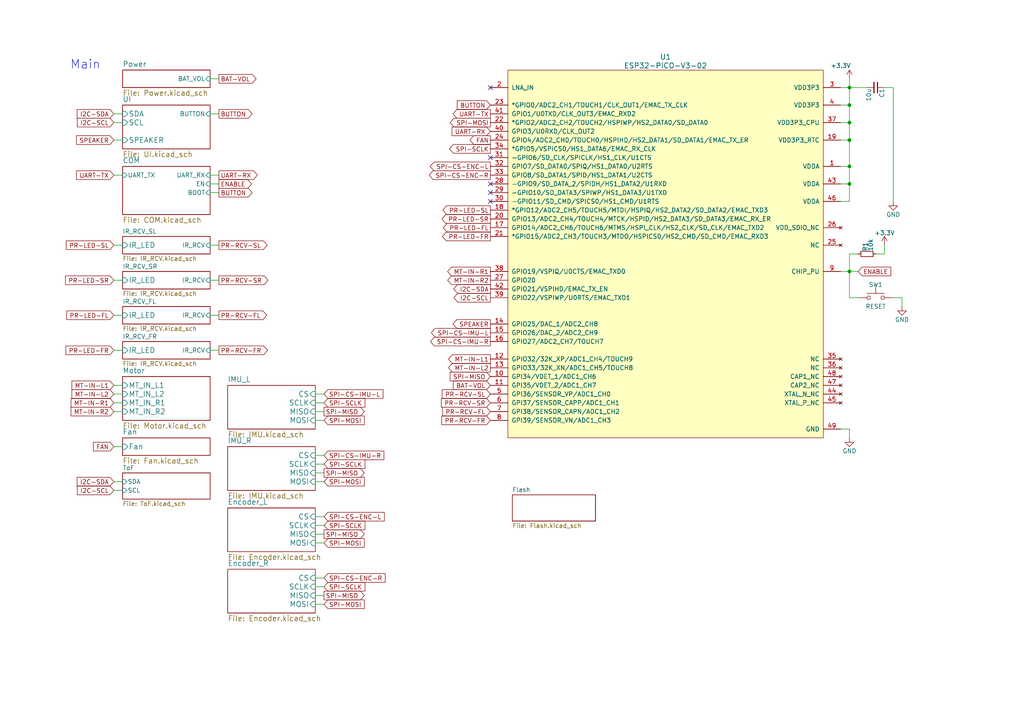
<source format=kicad_sch>
(kicad_sch (version 20230121) (generator eeschema)
  (paper "A4")
  (lib_symbols
    (symbol "Device:C_Small" (pin_numbers hide) (pin_names (offset 0.254) hide)
      (property "Reference" "C" (at 0.254 1.778 0))
      (property "Value" "C_Small" (at 0.254 -2.032 0))
      (symbol "C_Small_0_1"
        (polyline (pts (xy -1.524 -0.508) (xy 1.524 -0.508)) (stroke (width 0.3302)))
        (polyline (pts (xy -1.524 0.508) (xy 1.524 0.508)) (stroke (width 0.3048)))
      )
      (symbol "C_Small_1_1"
        (pin passive line (at 0 2.54 270) (length 2.032) (name "~") (number "1"))
        (pin passive line (at 0 -2.54 90) (length 2.032) (name "~") (number "2"))
      )
    )
    (symbol "Device:R_Small" (pin_numbers hide) (pin_names (offset 0.254) hide)
      (property "Reference" "R" (at 0.762 0.508 0))
      (property "Value" "R_Small" (at 0.762 -1.016 0))
      (symbol "R_Small_0_1"
        (rectangle (start -0.762 1.778) (end 0.762 -1.778) (stroke (width 0.2032)))
      )
      (symbol "R_Small_1_1"
        (pin passive line (at 0 2.54 270) (length 0.762) (name "~") (number "1"))
        (pin passive line (at 0 -2.54 90) (length 0.762) (name "~") (number "2"))
      )
    )
    (symbol "KERISE:ESP32-PICO-V3-02" (pin_names (offset 1.016))
      (property "Reference" "U1" (at 0 54.61 0))
      (property "Value" "ESP32-PICO-V3-02" (at 0 52.07 0))
      (symbol "ESP32-PICO-V3-02_0_1"
        (rectangle (start -45.72 50.8) (end 45.72 -55.88) (fill (type background)))
      )
      (symbol "ESP32-PICO-V3-02_1_1"
        (pin input line (at 50.8 22.86 180) (length 5.08) (name "VDDA") (number "1"))
        (pin input line (at -50.8 -38.1 0) (length 5.08) (name "GPI34/VDET_1/ADC1_CH6") (number "10"))
        (pin input line (at -50.8 -40.64 0) (length 5.08) (name "GPI35/VDET_2/ADC1_CH7") (number "11"))
        (pin bidirectional line (at -50.8 -33.02 0) (length 5.08) (name "GPIO32/32K_XP/ADC1_CH4/TOUCH9") (number "12"))
        (pin bidirectional line (at -50.8 -35.56 0) (length 5.08) (name "GPIO33/32K_XN/ADC1_CH5/TOUCH8") (number "13"))
        (pin bidirectional line (at -50.8 -22.86 0) (length 5.08) (name "GPIO25/DAC_1/ADC2_CH8") (number "14"))
        (pin bidirectional line (at -50.8 -25.4 0) (length 5.08) (name "GPIO26/DAC_2/ADC2_CH9") (number "15"))
        (pin bidirectional line (at -50.8 -27.94 0) (length 5.08) (name "GPIO27/ADC2_CH7/TOUCH7") (number "16"))
        (pin bidirectional line (at -50.8 5.08 0) (length 5.08) (name "GPIO14/ADC2_CH6/TOUCH6/MTMS/HSPI_CLK/HS2_CLK/SD_CLK/EMAC_TXD2") (number "17"))
        (pin bidirectional line (at -50.8 10.16 0) (length 5.08) (name "*GPIO12/ADC2_CH5/TOUCH5/MTDI/HSPIQ/HS2_DATA2/SD_DATA2/EMAC_TXD3") (number "18"))
        (pin input line (at 50.8 30.48 180) (length 5.08) (name "VDD3P3_RTC") (number "19"))
        (pin bidirectional line (at -50.8 45.72 0) (length 5.08) (name "LNA_IN") (number "2"))
        (pin bidirectional line (at -50.8 7.62 0) (length 5.08) (name "GPIO13/ADC2_CH4/TOUCH4/MTCK/HSPID/HS2_DATA3/SD_DATA3/EMAC_RX_ER") (number "20"))
        (pin bidirectional line (at -50.8 2.54 0) (length 5.08) (name "*GPIO15/ADC2_CH3/TOUCH3/MTDO/HSPICS0/HS2_CMD/SD_CMD/EMAC_RXD3") (number "21"))
        (pin bidirectional line (at -50.8 35.56 0) (length 5.08) (name "*GPIO2/ADC2_CH2/TOUCH2/HSPIWP/HS2_DATA0/SD_DATA0") (number "22"))
        (pin bidirectional line (at -50.8 40.64 0) (length 5.08) (name "*GPIO0/ADC2_CH1/TOUCH1/CLK_OUT1/EMAC_TX_CLK") (number "23"))
        (pin bidirectional line (at -50.8 30.48 0) (length 5.08) (name "GPIO4/ADC2_CH0/TOUCH0/HSPIHD/HS2_DATA1/SD_DATA1/EMAC_TX_ER") (number "24"))
        (pin no_connect line (at 50.8 0 180) (length 5.08) (name "NC") (number "25"))
        (pin no_connect line (at 50.8 5.08 180) (length 5.08) (name "VDD_SDIO_NC") (number "26"))
        (pin bidirectional line (at -50.8 -10.16 0) (length 5.08) (name "GPIO20") (number "27"))
        (pin bidirectional line (at -50.8 17.78 0) (length 5.08) (name "-GPIO9/SD_DATA_2/SPIDH/HS1_DATA2/U1RXD") (number "28"))
        (pin bidirectional line (at -50.8 15.24 0) (length 5.08) (name "-GPIO10/SD_DATA3/SPIWP/HS1_DATA3/U1TXD") (number "29"))
        (pin input line (at 50.8 45.72 180) (length 5.08) (name "VDD3P3") (number "3"))
        (pin bidirectional line (at -50.8 12.7 0) (length 5.08) (name "-GPIO11/SD_CMD/SPICS0/HS1_CMD/U1RTS") (number "30"))
        (pin bidirectional line (at -50.8 25.4 0) (length 5.08) (name "-GPIO6/SD_CLK/SPICLK/HS1_CLK/U1CTS") (number "31"))
        (pin bidirectional line (at -50.8 22.86 0) (length 5.08) (name "GPIO7/SD_DATA0/SPIQ/HS1_DATA0/U2RTS") (number "32"))
        (pin bidirectional line (at -50.8 20.32 0) (length 5.08) (name "GPIO8/SD_DATA1/SPID/HS1_DATA1/U2CTS") (number "33"))
        (pin bidirectional line (at -50.8 27.94 0) (length 5.08) (name "*GPIO5/VSPICS0/HS1_DATA6/EMAC_RX_CLK") (number "34"))
        (pin no_connect line (at 50.8 -33.02 180) (length 5.08) (name "NC") (number "35"))
        (pin no_connect line (at 50.8 -35.56 180) (length 5.08) (name "NC") (number "36"))
        (pin input line (at 50.8 35.56 180) (length 5.08) (name "VDD3P3_CPU") (number "37"))
        (pin bidirectional line (at -50.8 -7.62 0) (length 5.08) (name "GPIO19/VSPIQ/U0CTS/EMAC_TXD0") (number "38"))
        (pin bidirectional line (at -50.8 -15.24 0) (length 5.08) (name "GPIO22/VSPIWP/U0RTS/EMAC_TXD1") (number "39"))
        (pin input line (at 50.8 40.64 180) (length 5.08) (name "VDD3P3") (number "4"))
        (pin bidirectional line (at -50.8 33.02 0) (length 5.08) (name "GPIO3/U0RXD/CLK_OUT2") (number "40"))
        (pin bidirectional line (at -50.8 38.1 0) (length 5.08) (name "GPIO1/U0TXD/CLK_OUT3/EMAC_RXD2") (number "41"))
        (pin bidirectional line (at -50.8 -12.7 0) (length 5.08) (name "GPIO21/VSPIHD/EMAC_TX_EN") (number "42"))
        (pin input line (at 50.8 17.78 180) (length 5.08) (name "VDDA") (number "43"))
        (pin no_connect line (at 50.8 -43.18 180) (length 5.08) (name "XTAL_N_NC") (number "44"))
        (pin no_connect line (at 50.8 -45.72 180) (length 5.08) (name "XTAL_P_NC") (number "45"))
        (pin input line (at 50.8 12.7 180) (length 5.08) (name "VDDA") (number "46"))
        (pin no_connect line (at 50.8 -40.64 180) (length 5.08) (name "CAP2_NC") (number "47"))
        (pin no_connect line (at 50.8 -38.1 180) (length 5.08) (name "CAP1_NC") (number "48"))
        (pin input line (at 50.8 -53.34 180) (length 5.08) (name "GND") (number "49"))
        (pin input line (at -50.8 -43.18 0) (length 5.08) (name "GPI36/SENSOR_VP/ADC1_CH0") (number "5"))
        (pin input line (at -50.8 -45.72 0) (length 5.08) (name "GPI37/SENSOR_CAPP/ADC1_CH1") (number "6"))
        (pin input line (at -50.8 -48.26 0) (length 5.08) (name "GPI38/SENSOR_CAPN/ADC1_CH2") (number "7"))
        (pin input line (at -50.8 -50.8 0) (length 5.08) (name "GPI39/SENSOR_VN/ADC1_CH3") (number "8"))
        (pin input line (at 50.8 -7.62 180) (length 5.08) (name "CHIP_PU") (number "9"))
      )
    )
    (symbol "Switch:SW_Push" (pin_numbers hide) (pin_names (offset 1.016) hide)
      (property "Reference" "SW" (at 1.27 2.54 0))
      (property "Value" "SW_Push" (at 0 -1.524 0))
      (symbol "SW_Push_0_1"
        (circle (center -2.032 0) (radius 0.508))
        (polyline (pts (xy 0 1.27) (xy 0 3.048)))
        (polyline (pts (xy 2.54 1.27) (xy -2.54 1.27)))
        (circle (center 2.032 0) (radius 0.508))
        (pin passive line (at -5.08 0 0) (length 2.54) (name "1") (number "1"))
        (pin passive line (at 5.08 0 180) (length 2.54) (name "2") (number "2"))
      )
    )
    (symbol "power:+3.3V" (power) (pin_names (offset 0))
      (property "Value" "+3.3V" (at 0 3.556 0))
      (symbol "+3.3V_0_1"
        (polyline (pts (xy -0.762 1.27) (xy 0 2.54)))
        (polyline (pts (xy 0 0) (xy 0 2.54)))
        (polyline (pts (xy 0 2.54) (xy 0.762 1.27)))
      )
      (symbol "+3.3V_1_1"
        (pin power_in line (at 0 0 90) (length 0) hide (name "+3.3V") (number "1"))
      )
    )
    (symbol "power:GND" (power) (pin_names (offset 0))
      (property "Value" "GND" (at 0 -3.81 0))
      (symbol "GND_0_1"
        (polyline (pts (xy 0 0) (xy 0 -1.27) (xy 1.27 -1.27) (xy 0 -2.54) (xy -1.27 -1.27) (xy 0 -1.27)))
      )
      (symbol "GND_1_1"
        (pin power_in line (at 0 0 270) (length 0) hide (name "GND") (number "1"))
      )
    )
  )
  (junction (at 246.38 78.74))
  (junction (at 246.38 40.64))
  (junction (at 246.38 25.4))
  (junction (at 246.38 53.34))
  (junction (at 246.38 48.26))
  (junction (at 246.38 30.48))
  (junction (at 246.38 35.56))
  (no_connect (at 142.24 25.4))
  (no_connect (at 142.24 53.34))
  (no_connect (at 142.24 45.72))
  (no_connect (at 142.24 55.88))
  (no_connect (at 142.24 58.42))
  (wire (pts (xy 93.98 175.26) (xy 91.44 175.26)))
  (wire (pts (xy 243.84 48.26) (xy 246.38 48.26)))
  (wire (pts (xy 63.5 22.86) (xy 60.96 22.86)))
  (wire (pts (xy 93.98 121.92) (xy 91.44 121.92)))
  (wire (pts (xy 35.56 119.38) (xy 33.02 119.38)))
  (wire (pts (xy 246.38 78.74) (xy 248.92 78.74)))
  (wire (pts (xy 33.02 91.44) (xy 35.56 91.44)))
  (wire (pts (xy 246.38 35.56) (xy 243.84 35.56)))
  (wire (pts (xy 246.38 124.46) (xy 243.84 124.46)))
  (wire (pts (xy 93.98 139.7) (xy 91.44 139.7)))
  (wire (pts (xy 91.44 172.72) (xy 93.98 172.72)))
  (wire (pts (xy 35.56 142.24) (xy 33.02 142.24)))
  (wire (pts (xy 33.02 50.8) (xy 35.56 50.8)))
  (wire (pts (xy 63.5 91.44) (xy 60.96 91.44)))
  (wire (pts (xy 91.44 132.08) (xy 93.98 132.08)))
  (wire (pts (xy 33.02 81.28) (xy 35.56 81.28)))
  (wire (pts (xy 243.84 25.4) (xy 246.38 25.4)))
  (wire (pts (xy 91.44 154.94) (xy 93.98 154.94)))
  (wire (pts (xy 259.08 25.4) (xy 256.54 25.4)))
  (wire (pts (xy 91.44 149.86) (xy 93.98 149.86)))
  (wire (pts (xy 33.02 33.02) (xy 35.56 33.02)))
  (wire (pts (xy 259.08 25.4) (xy 259.08 58.42)))
  (wire (pts (xy 246.38 48.26) (xy 246.38 40.64)))
  (wire (pts (xy 33.02 71.12) (xy 35.56 71.12)))
  (wire (pts (xy 91.44 114.3) (xy 93.98 114.3)))
  (wire (pts (xy 35.56 40.64) (xy 33.02 40.64)))
  (wire (pts (xy 246.38 25.4) (xy 246.38 22.86)))
  (wire (pts (xy 261.62 86.36) (xy 259.08 86.36)))
  (wire (pts (xy 246.38 73.66) (xy 246.38 78.74)))
  (wire (pts (xy 91.44 119.38) (xy 93.98 119.38)))
  (wire (pts (xy 63.5 71.12) (xy 60.96 71.12)))
  (wire (pts (xy 246.38 40.64) (xy 246.38 35.56)))
  (wire (pts (xy 246.38 30.48) (xy 246.38 25.4)))
  (wire (pts (xy 63.5 101.6) (xy 60.96 101.6)))
  (wire (pts (xy 60.96 55.88) (xy 63.5 55.88)))
  (wire (pts (xy 35.56 35.56) (xy 33.02 35.56)))
  (wire (pts (xy 243.84 30.48) (xy 246.38 30.48)))
  (wire (pts (xy 246.38 58.42) (xy 246.38 53.34)))
  (wire (pts (xy 246.38 25.4) (xy 251.46 25.4)))
  (wire (pts (xy 246.38 35.56) (xy 246.38 30.48)))
  (wire (pts (xy 60.96 53.34) (xy 63.5 53.34)))
  (wire (pts (xy 243.84 58.42) (xy 246.38 58.42)))
  (wire (pts (xy 243.84 40.64) (xy 246.38 40.64)))
  (wire (pts (xy 93.98 157.48) (xy 91.44 157.48)))
  (wire (pts (xy 246.38 78.74) (xy 243.84 78.74)))
  (wire (pts (xy 91.44 137.16) (xy 93.98 137.16)))
  (wire (pts (xy 60.96 33.02) (xy 63.5 33.02)))
  (wire (pts (xy 243.84 53.34) (xy 246.38 53.34)))
  (wire (pts (xy 91.44 167.64) (xy 93.98 167.64)))
  (wire (pts (xy 93.98 170.18) (xy 91.44 170.18)))
  (wire (pts (xy 33.02 129.54) (xy 35.56 129.54)))
  (wire (pts (xy 33.02 139.7) (xy 35.56 139.7)))
  (wire (pts (xy 256.54 71.12) (xy 256.54 73.66)))
  (wire (pts (xy 33.02 111.76) (xy 35.56 111.76)))
  (wire (pts (xy 246.38 78.74) (xy 246.38 86.36)))
  (wire (pts (xy 93.98 152.4) (xy 91.44 152.4)))
  (wire (pts (xy 63.5 81.28) (xy 60.96 81.28)))
  (wire (pts (xy 256.54 73.66) (xy 254 73.66)))
  (wire (pts (xy 63.5 50.8) (xy 60.96 50.8)))
  (wire (pts (xy 33.02 116.84) (xy 35.56 116.84)))
  (wire (pts (xy 261.62 88.9) (xy 261.62 86.36)))
  (wire (pts (xy 93.98 116.84) (xy 91.44 116.84)))
  (wire (pts (xy 246.38 53.34) (xy 246.38 48.26)))
  (wire (pts (xy 246.38 86.36) (xy 248.92 86.36)))
  (wire (pts (xy 93.98 134.62) (xy 91.44 134.62)))
  (wire (pts (xy 248.92 73.66) (xy 246.38 73.66)))
  (wire (pts (xy 33.02 101.6) (xy 35.56 101.6)))
  (wire (pts (xy 246.38 127) (xy 246.38 124.46)))
  (wire (pts (xy 35.56 114.3) (xy 33.02 114.3)))
  (text "Main" (at 20.32 20.32 0) (effects (font (size 2.54 2.54)) (justify left bottom)))
  (global_label "BAT-VOL" (shape output) (at 63.5 22.86 0) (property "Intersheetrefs" "${INTERSHEET_REFS}" (effects hide)))
  (global_label "SPI-CS-ENC-L" (shape input) (at 93.98 149.86 0) (property "Intersheetrefs" "${INTERSHEET_REFS}" (effects hide)))
  (global_label "SPEAKER" (shape output) (at 142.24 93.98 180) (property "Intersheetrefs" "${INTERSHEET_REFS}" (effects hide)))
  (global_label "PR-RCV-SR" (shape input) (at 142.24 116.84 180) (property "Intersheetrefs" "${INTERSHEET_REFS}" (effects hide)))
  (global_label "SPI-CS-IMU-L" (shape input) (at 93.98 114.3 0) (property "Intersheetrefs" "${INTERSHEET_REFS}" (effects hide)))
  (global_label "BUTTON" (shape input) (at 142.24 30.48 180) (property "Intersheetrefs" "${INTERSHEET_REFS}" (effects hide)))
  (global_label "MT-IN-L2" (shape input) (at 33.02 114.3 180) (property "Intersheetrefs" "${INTERSHEET_REFS}" (effects hide)))
  (global_label "MT-IN-L1" (shape output) (at 142.24 104.14 180) (property "Intersheetrefs" "${INTERSHEET_REFS}" (effects hide)))
  (global_label "SPI-SCLK" (shape input) (at 93.98 152.4 0) (property "Intersheetrefs" "${INTERSHEET_REFS}" (effects hide)))
  (global_label "I2C-SDA" (shape input) (at 33.02 139.7 180) (property "Intersheetrefs" "${INTERSHEET_REFS}" (effects hide)))
  (global_label "SPI-MISO" (shape input) (at 142.24 109.22 180) (property "Intersheetrefs" "${INTERSHEET_REFS}" (effects hide)))
  (global_label "PR-LED-SL" (shape input) (at 33.02 71.12 180) (property "Intersheetrefs" "${INTERSHEET_REFS}" (effects hide)))
  (global_label "FAN" (shape input) (at 33.02 129.54 180) (property "Intersheetrefs" "${INTERSHEET_REFS}" (effects hide)))
  (global_label "SPI-MISO" (shape output) (at 93.98 172.72 0) (property "Intersheetrefs" "${INTERSHEET_REFS}" (effects hide)))
  (global_label "PR-RCV-FR" (shape output) (at 63.5 101.6 0) (property "Intersheetrefs" "${INTERSHEET_REFS}" (effects hide)))
  (global_label "PR-LED-FR" (shape input) (at 33.02 101.6 180) (property "Intersheetrefs" "${INTERSHEET_REFS}" (effects hide)))
  (global_label "PR-RCV-SL" (shape input) (at 142.24 114.3 180) (property "Intersheetrefs" "${INTERSHEET_REFS}" (effects hide)))
  (global_label "BAT-VOL" (shape input) (at 142.24 111.76 180) (property "Intersheetrefs" "${INTERSHEET_REFS}" (effects hide)))
  (global_label "PR-LED-FR" (shape output) (at 142.24 68.58 180) (property "Intersheetrefs" "${INTERSHEET_REFS}" (effects hide)))
  (global_label "SPI-SCLK" (shape input) (at 93.98 116.84 0) (property "Intersheetrefs" "${INTERSHEET_REFS}" (effects hide)))
  (global_label "PR-LED-FL" (shape output) (at 142.24 66.04 180) (property "Intersheetrefs" "${INTERSHEET_REFS}" (effects hide)))
  (global_label "UART-RX" (shape output) (at 63.5 50.8 0) (property "Intersheetrefs" "${INTERSHEET_REFS}" (effects hide)))
  (global_label "MT-IN-R1" (shape input) (at 33.02 116.84 180) (property "Intersheetrefs" "${INTERSHEET_REFS}" (effects hide)))
  (global_label "SPI-MOSI" (shape input) (at 93.98 139.7 0) (property "Intersheetrefs" "${INTERSHEET_REFS}" (effects hide)))
  (global_label "PR-RCV-SL" (shape output) (at 63.5 71.12 0) (property "Intersheetrefs" "${INTERSHEET_REFS}" (effects hide)))
  (global_label "I2C-SCL" (shape input) (at 33.02 142.24 180) (property "Intersheetrefs" "${INTERSHEET_REFS}" (effects hide)))
  (global_label "SPI-CS-IMU-L" (shape output) (at 142.24 96.52 180) (property "Intersheetrefs" "${INTERSHEET_REFS}" (effects hide)))
  (global_label "SPI-MISO" (shape output) (at 93.98 119.38 0) (property "Intersheetrefs" "${INTERSHEET_REFS}" (effects hide)))
  (global_label "SPI-SCLK" (shape input) (at 93.98 170.18 0) (property "Intersheetrefs" "${INTERSHEET_REFS}" (effects hide)))
  (global_label "SPI-MOSI" (shape input) (at 93.98 175.26 0) (property "Intersheetrefs" "${INTERSHEET_REFS}" (effects hide)))
  (global_label "SPI-CS-IMU-R" (shape input) (at 93.98 132.08 0) (property "Intersheetrefs" "${INTERSHEET_REFS}" (effects hide)))
  (global_label "PR-LED-SR" (shape input) (at 33.02 81.28 180) (property "Intersheetrefs" "${INTERSHEET_REFS}" (effects hide)))
  (global_label "SPI-MOSI" (shape output) (at 142.24 35.56 180) (property "Intersheetrefs" "${INTERSHEET_REFS}" (effects hide)))
  (global_label "PR-RCV-FL" (shape output) (at 63.5 91.44 0) (property "Intersheetrefs" "${INTERSHEET_REFS}" (effects hide)))
  (global_label "UART-TX" (shape output) (at 142.24 33.02 180) (property "Intersheetrefs" "${INTERSHEET_REFS}" (effects hide)))
  (global_label "MT-IN-L1" (shape input) (at 33.02 111.76 180) (property "Intersheetrefs" "${INTERSHEET_REFS}" (effects hide)))
  (global_label "ENABLE" (shape output) (at 63.5 53.34 0) (property "Intersheetrefs" "${INTERSHEET_REFS}" (effects hide)))
  (global_label "BUTTON" (shape output) (at 63.5 33.02 0) (property "Intersheetrefs" "${INTERSHEET_REFS}" (effects hide)))
  (global_label "UART-TX" (shape input) (at 33.02 50.8 180) (property "Intersheetrefs" "${INTERSHEET_REFS}" (effects hide)))
  (global_label "I2C-SDA" (shape output) (at 142.24 83.82 180) (property "Intersheetrefs" "${INTERSHEET_REFS}" (effects hide)))
  (global_label "PR-LED-FL" (shape input) (at 33.02 91.44 180) (property "Intersheetrefs" "${INTERSHEET_REFS}" (effects hide)))
  (global_label "SPEAKER" (shape input) (at 33.02 40.64 180) (property "Intersheetrefs" "${INTERSHEET_REFS}" (effects hide)))
  (global_label "BUTTON" (shape output) (at 63.5 55.88 0) (property "Intersheetrefs" "${INTERSHEET_REFS}" (effects hide)))
  (global_label "PR-RCV-FR" (shape input) (at 142.24 121.92 180) (property "Intersheetrefs" "${INTERSHEET_REFS}" (effects hide)))
  (global_label "SPI-CS-ENC-R" (shape input) (at 93.98 167.64 0) (property "Intersheetrefs" "${INTERSHEET_REFS}" (effects hide)))
  (global_label "PR-LED-SR" (shape output) (at 142.24 63.5 180) (property "Intersheetrefs" "${INTERSHEET_REFS}" (effects hide)))
  (global_label "MT-IN-L2" (shape output) (at 142.24 106.68 180) (property "Intersheetrefs" "${INTERSHEET_REFS}" (effects hide)))
  (global_label "PR-RCV-FL" (shape input) (at 142.24 119.38 180) (property "Intersheetrefs" "${INTERSHEET_REFS}" (effects hide)))
  (global_label "MT-IN-R2" (shape output) (at 142.24 81.28 180) (property "Intersheetrefs" "${INTERSHEET_REFS}" (effects hide)))
  (global_label "SPI-CS-ENC-L" (shape output) (at 142.24 48.26 180) (property "Intersheetrefs" "${INTERSHEET_REFS}" (effects hide)))
  (global_label "MT-IN-R2" (shape input) (at 33.02 119.38 180) (property "Intersheetrefs" "${INTERSHEET_REFS}" (effects hide)))
  (global_label "PR-RCV-SR" (shape output) (at 63.5 81.28 0) (property "Intersheetrefs" "${INTERSHEET_REFS}" (effects hide)))
  (global_label "SPI-MISO" (shape output) (at 93.98 137.16 0) (property "Intersheetrefs" "${INTERSHEET_REFS}" (effects hide)))
  (global_label "I2C-SCL" (shape input) (at 33.02 35.56 180) (property "Intersheetrefs" "${INTERSHEET_REFS}" (effects hide)))
  (global_label "SPI-CS-ENC-R" (shape output) (at 142.24 50.8 180) (property "Intersheetrefs" "${INTERSHEET_REFS}" (effects hide)))
  (global_label "SPI-CS-IMU-R" (shape output) (at 142.24 99.06 180) (property "Intersheetrefs" "${INTERSHEET_REFS}" (effects hide)))
  (global_label "SPI-MISO" (shape output) (at 93.98 154.94 0) (property "Intersheetrefs" "${INTERSHEET_REFS}" (effects hide)))
  (global_label "ENABLE" (shape input) (at 248.92 78.74 0) (property "Intersheetrefs" "${INTERSHEET_REFS}" (effects hide)))
  (global_label "SPI-MOSI" (shape input) (at 93.98 121.92 0) (property "Intersheetrefs" "${INTERSHEET_REFS}" (effects hide)))
  (global_label "UART-RX" (shape input) (at 142.24 38.1 180) (property "Intersheetrefs" "${INTERSHEET_REFS}" (effects hide)))
  (global_label "MT-IN-R1" (shape output) (at 142.24 78.74 180) (property "Intersheetrefs" "${INTERSHEET_REFS}" (effects hide)))
  (global_label "I2C-SCL" (shape output) (at 142.24 86.36 180) (property "Intersheetrefs" "${INTERSHEET_REFS}" (effects hide)))
  (global_label "PR-LED-SL" (shape output) (at 142.24 60.96 180) (property "Intersheetrefs" "${INTERSHEET_REFS}" (effects hide)))
  (global_label "SPI-SCLK" (shape output) (at 142.24 43.18 180) (property "Intersheetrefs" "${INTERSHEET_REFS}" (effects hide)))
  (global_label "I2C-SDA" (shape input) (at 33.02 33.02 180) (property "Intersheetrefs" "${INTERSHEET_REFS}" (effects hide)))
  (global_label "FAN" (shape output) (at 142.24 40.64 180) (property "Intersheetrefs" "${INTERSHEET_REFS}" (effects hide)))
  (global_label "SPI-MOSI" (shape input) (at 93.98 157.48 0) (property "Intersheetrefs" "${INTERSHEET_REFS}" (effects hide)))
  (global_label "SPI-SCLK" (shape input) (at 93.98 134.62 0) (property "Intersheetrefs" "${INTERSHEET_REFS}" (effects hide)))
  (symbol (lib_id "power:GND") (at 261.62 88.9 0) (unit 1)
    (property "Reference" "#PWR05" (effects hide))
    (property "Value" "GND" (at 261.62 92.71 0))
  )
  (symbol (lib_id "power:+3.3V") (at 256.54 71.12 0) (unit 1)
    (property "Reference" "#PWR03" (effects hide))
    (property "Value" "+3.3V" (at 256.54 67.564 0))
  )
  (symbol (lib_id "power:GND") (at 259.08 58.42 0) (unit 1)
    (property "Reference" "#PWR04" (effects hide))
    (property "Value" "GND" (at 259.08 62.23 0))
  )
  (symbol (lib_id "Device:R_Small") (at 251.46 73.66 90) (unit 1)
    (property "Reference" "R1" (at 250.952 72.898 0) (effects (justify left)))
    (property "Value" "10k" (at 252.476 72.898 0) (effects (justify left)))
    (property "Footprint" "Resistor_SMD:R_0201_0603Metric" (effects hide))
  )
  (symbol (lib_id "Device:C_Small") (at 254 25.4 270) (unit 1)
    (property "Reference" "C1" (at 255.778 25.654 0) (effects (justify left)))
    (property "Value" "10u" (at 251.968 25.654 0) (effects (justify left)))
    (property "Footprint" "Capacitor_SMD:C_0402_1005Metric" (effects hide))
  )
  (symbol (lib_id "Switch:SW_Push") (at 254 86.36 0) (unit 1)
    (property "Reference" "SW1" (at 254 82.55 0))
    (property "Value" "RESET" (at 254 88.9 0))
    (property "Footprint" "mouse:EVPBB" (effects hide))
  )
  (symbol (lib_id "power:GND") (at 246.38 127 0) (unit 1)
    (property "Reference" "#PWR02" (effects hide))
    (property "Value" "GND" (at 246.38 130.81 0))
  )
  (symbol (lib_id "power:+3.3V") (at 246.38 22.86 0) (unit 1)
    (property "Reference" "#PWR01" (effects hide))
    (property "Value" "+3.3V" (at 243.84 19.05 0))
  )
  (symbol (lib_id "KERISE:ESP32-PICO-V3-02") (at 193.04 71.12 0) (unit 1)
    (property "Reference" "U1" (at 193.04 16.51 0) (effects (font (size 1.524 1.524))))
    (property "Value" "ESP32-PICO-V3-02" (at 193.04 19.05 0) (effects (font (size 1.524 1.524))))
    (property "Footprint" "mouse:ESP32-PICO-V3-02" (effects hide))
  )
  (sheet (at 35.56 20.32) (size 25.4 5.08)
    (property "Sheetname" "Power" (at 35.56 19.4814 0) (effects (font (size 1.524 1.524)) (justify left bottom)))
    (property "Sheetfile" "Power.kicad_sch" (at 35.56 26.0862 0) (effects (font (size 1.524 1.524)) (justify left top)))
    (pin "BAT_VOL" input (at 60.96 22.86 0))
  )
  (sheet (at 35.56 109.22) (size 25.4 12.7)
    (property "Sheetname" "Motor" (at 35.56 108.3814 0) (effects (font (size 1.524 1.524)) (justify left bottom)))
    (property "Sheetfile" "Motor.kicad_sch" (at 35.56 122.6062 0) (effects (font (size 1.524 1.524)) (justify left top)))
    (pin "MT_IN_L1" input (at 35.56 111.76 180) (effects (font (size 1.524 1.524))))
    (pin "MT_IN_L2" input (at 35.56 114.3 180) (effects (font (size 1.524 1.524))))
    (pin "MT_IN_R1" input (at 35.56 116.84 180) (effects (font (size 1.524 1.524))))
    (pin "MT_IN_R2" input (at 35.56 119.38 180) (effects (font (size 1.524 1.524))))
  )
  (sheet (at 66.04 129.54) (size 25.4 12.7)
    (property "Sheetname" "IMU_R" (at 66.04 128.7014 0) (effects (font (size 1.524 1.524)) (justify left bottom)))
    (property "Sheetfile" "IMU.kicad_sch" (at 66.04 142.9262 0) (effects (font (size 1.524 1.524)) (justify left top)))
    (pin "MISO" input (at 91.44 137.16 0) (effects (font (size 1.524 1.524))))
    (pin "MOSI" input (at 91.44 139.7 0) (effects (font (size 1.524 1.524))))
    (pin "CS" input (at 91.44 132.08 0) (effects (font (size 1.524 1.524))))
    (pin "SCLK" input (at 91.44 134.62 0) (effects (font (size 1.524 1.524))))
  )
  (sheet (at 35.56 30.48) (size 25.4 12.7)
    (property "Sheetname" "UI" (at 35.56 29.6414 0) (effects (font (size 1.524 1.524)) (justify left bottom)))
    (property "Sheetfile" "UI.kicad_sch" (at 35.56 43.8662 0) (effects (font (size 1.524 1.524)) (justify left top)))
    (pin "SPEAKER" input (at 35.56 40.64 180) (effects (font (size 1.524 1.524))))
    (pin "BUTTON" input (at 60.96 33.02 0))
    (pin "SCL" input (at 35.56 35.56 180) (effects (font (size 1.524 1.524))))
    (pin "SDA" input (at 35.56 33.02 180) (effects (font (size 1.524 1.524))))
  )
  (sheet (at 35.56 48.26) (size 25.4 13.97)
    (property "Sheetname" "COM" (at 35.56 47.4214 0) (effects (font (size 1.524 1.524)) (justify left bottom)))
    (property "Sheetfile" "COM.kicad_sch" (at 35.56 62.9162 0) (effects (font (size 1.524 1.524)) (justify left top)))
    (pin "UART_RX" input (at 60.96 50.8 0))
    (pin "UART_TX" input (at 35.56 50.8 180))
    (pin "EN" input (at 60.96 53.34 0))
    (pin "BOOT" input (at 60.96 55.88 0))
  )
  (sheet (at 35.56 68.58) (size 25.4 5.08)
    (property "Sheetname" "IR_RCV_SL" (at 35.56 67.8684 0) (effects (justify left bottom)))
    (property "Sheetfile" "IR_RCV.kicad_sch" (at 35.56 74.2446 0) (effects (justify left top)))
    (pin "IR_RCV" input (at 60.96 71.12 0))
    (pin "IR_LED" input (at 35.56 71.12 180) (effects (font (size 1.524 1.524))))
  )
  (sheet (at 35.56 78.74) (size 25.4 5.08)
    (property "Sheetname" "IR_RCV_SR" (at 35.56 78.0284 0) (effects (justify left bottom)))
    (property "Sheetfile" "IR_RCV.kicad_sch" (at 35.56 84.4046 0) (effects (justify left top)))
    (pin "IR_RCV" input (at 60.96 81.28 0))
    (pin "IR_LED" input (at 35.56 81.28 180) (effects (font (size 1.524 1.524))))
  )
  (sheet (at 35.56 127) (size 25.4 5.08)
    (property "Sheetname" "Fan" (at 35.56 126.1614 0) (effects (font (size 1.524 1.524)) (justify left bottom)))
    (property "Sheetfile" "Fan.kicad_sch" (at 35.56 132.7662 0) (effects (font (size 1.524 1.524)) (justify left top)))
    (pin "Fan" input (at 35.56 129.54 180) (effects (font (size 1.524 1.524))))
  )
  (sheet (at 66.04 165.1) (size 25.4 12.7)
    (property "Sheetname" "Encoder_R" (at 66.04 164.2614 0) (effects (font (size 1.524 1.524)) (justify left bottom)))
    (property "Sheetfile" "Encoder.kicad_sch" (at 66.04 178.4862 0) (effects (font (size 1.524 1.524)) (justify left top)))
    (pin "CS" input (at 91.44 167.64 0) (effects (font (size 1.524 1.524))))
    (pin "SCLK" input (at 91.44 170.18 0) (effects (font (size 1.524 1.524))))
    (pin "MISO" input (at 91.44 172.72 0) (effects (font (size 1.524 1.524))))
    (pin "MOSI" input (at 91.44 175.26 0) (effects (font (size 1.524 1.524))))
  )
  (sheet (at 66.04 147.32) (size 25.4 12.7)
    (property "Sheetname" "Encoder_L" (at 66.04 146.4814 0) (effects (font (size 1.524 1.524)) (justify left bottom)))
    (property "Sheetfile" "Encoder.kicad_sch" (at 66.04 160.7062 0) (effects (font (size 1.524 1.524)) (justify left top)))
    (pin "CS" input (at 91.44 149.86 0) (effects (font (size 1.524 1.524))))
    (pin "SCLK" input (at 91.44 152.4 0) (effects (font (size 1.524 1.524))))
    (pin "MISO" input (at 91.44 154.94 0) (effects (font (size 1.524 1.524))))
    (pin "MOSI" input (at 91.44 157.48 0) (effects (font (size 1.524 1.524))))
  )
  (sheet (at 35.56 88.9) (size 25.4 5.08)
    (property "Sheetname" "IR_RCV_FL" (at 35.56 88.1884 0) (effects (justify left bottom)))
    (property "Sheetfile" "IR_RCV.kicad_sch" (at 35.56 94.5646 0) (effects (justify left top)))
    (pin "IR_RCV" input (at 60.96 91.44 0))
    (pin "IR_LED" input (at 35.56 91.44 180) (effects (font (size 1.524 1.524))))
  )
  (sheet (at 35.56 99.06) (size 25.4 5.08)
    (property "Sheetname" "IR_RCV_FR" (at 35.56 98.3484 0) (effects (justify left bottom)))
    (property "Sheetfile" "IR_RCV.kicad_sch" (at 35.56 104.7246 0) (effects (justify left top)))
    (pin "IR_RCV" input (at 60.96 101.6 0))
    (pin "IR_LED" input (at 35.56 101.6 180) (effects (font (size 1.524 1.524))))
  )
  (sheet (at 66.04 111.76) (size 25.4 12.7)
    (property "Sheetname" "IMU_L" (at 66.04 110.9214 0) (effects (font (size 1.524 1.524)) (justify left bottom)))
    (property "Sheetfile" "IMU.kicad_sch" (at 66.04 125.1462 0) (effects (font (size 1.524 1.524)) (justify left top)))
    (pin "MISO" input (at 91.44 119.38 0) (effects (font (size 1.524 1.524))))
    (pin "MOSI" input (at 91.44 121.92 0) (effects (font (size 1.524 1.524))))
    (pin "CS" input (at 91.44 114.3 0) (effects (font (size 1.524 1.524))))
    (pin "SCLK" input (at 91.44 116.84 0) (effects (font (size 1.524 1.524))))
  )
  (sheet (at 35.56 137.16) (size 25.4 7.62)
    (property "Sheetname" "ToF" (at 35.56 136.4484 0) (effects (justify left bottom)))
    (property "Sheetfile" "ToF.kicad_sch" (at 35.56 145.3646 0) (effects (justify left top)))
    (pin "SDA" input (at 35.56 139.7 180))
    (pin "SCL" input (at 35.56 142.24 180))
  )
  (sheet (at 148.59 143.51) (size 24.13 7.62) (stroke (width 0.1524))
    (property "Sheetname" "Flash" (at 148.59 142.7984 0) (effects (justify left bottom)))
    (property "Sheetfile" "Flash.kicad_sch" (at 148.59 151.7146 0) (effects (justify left top)))
  )
)
</source>
